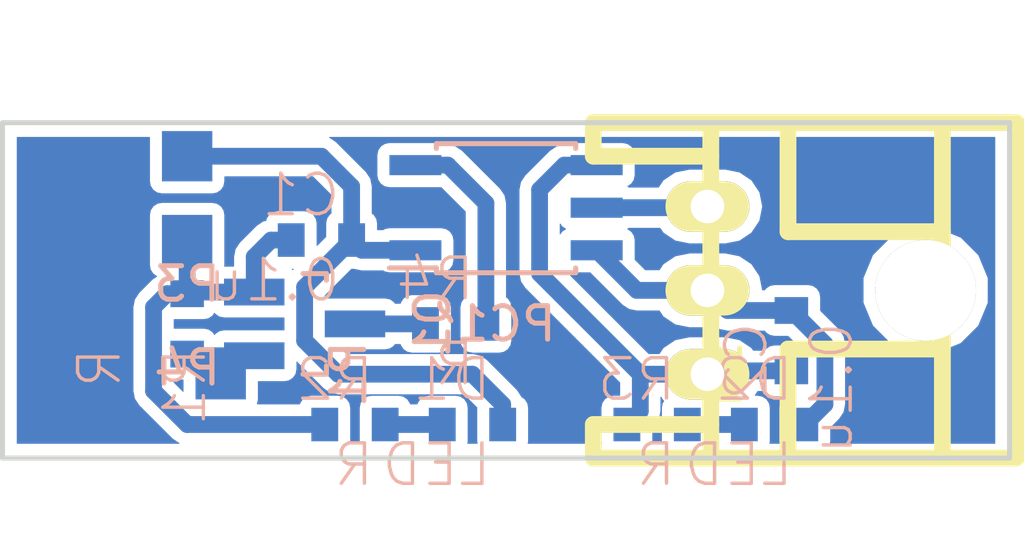
<source format=kicad_pcb>
(kicad_pcb (version 4) (host pcbnew 4.0.5)

  (general
    (links 20)
    (no_connects 0)
    (area -0.075001 -0.075001 30.075001 10.075001)
    (thickness 1.6)
    (drawings 4)
    (tracks 51)
    (zones 0)
    (modules 14)
    (nets 11)
  )

  (page A4)
  (layers
    (0 F.Cu signal)
    (31 B.Cu signal)
    (32 B.Adhes user)
    (33 F.Adhes user)
    (34 B.Paste user)
    (35 F.Paste user)
    (36 B.SilkS user)
    (37 F.SilkS user)
    (38 B.Mask user)
    (39 F.Mask user)
    (40 Dwgs.User user)
    (41 Cmts.User user)
    (42 Eco1.User user)
    (43 Eco2.User user)
    (44 Edge.Cuts user)
    (45 Margin user)
    (46 B.CrtYd user)
    (47 F.CrtYd user)
    (48 B.Fab user)
    (49 F.Fab user)
  )

  (setup
    (last_trace_width 0.5)
    (user_trace_width 0.5)
    (user_trace_width 1)
    (trace_clearance 0.2)
    (zone_clearance 0.35)
    (zone_45_only no)
    (trace_min 0.2)
    (segment_width 0.2)
    (edge_width 0.15)
    (via_size 0.6)
    (via_drill 0.4)
    (via_min_size 0.4)
    (via_min_drill 0.3)
    (user_via 1.2 0.8)
    (uvia_size 0.3)
    (uvia_drill 0.1)
    (uvias_allowed no)
    (uvia_min_size 0.2)
    (uvia_min_drill 0.1)
    (pcb_text_width 0.3)
    (pcb_text_size 1.5 1.5)
    (mod_edge_width 0.15)
    (mod_text_size 1 1)
    (mod_text_width 0.15)
    (pad_size 1.524 1.524)
    (pad_drill 0.762)
    (pad_to_mask_clearance 0.2)
    (aux_axis_origin 0 0)
    (visible_elements 7FFFFFFF)
    (pcbplotparams
      (layerselection 0x01000_80000001)
      (usegerberextensions false)
      (excludeedgelayer true)
      (linewidth 0.100000)
      (plotframeref false)
      (viasonmask false)
      (mode 1)
      (useauxorigin false)
      (hpglpennumber 1)
      (hpglpenspeed 20)
      (hpglpendiameter 15)
      (hpglpenoverlay 2)
      (psnegative false)
      (psa4output false)
      (plotreference true)
      (plotvalue true)
      (plotinvisibletext false)
      (padsonsilk false)
      (subtractmaskfromsilk false)
      (outputformat 1)
      (mirror false)
      (drillshape 0)
      (scaleselection 1)
      (outputdirectory ""))
  )

  (net 0 "")
  (net 1 /5V_LOGIC)
  (net 2 /GND_LOGIC)
  (net 3 /5V_POWER)
  (net 4 /GND_POWER)
  (net 5 "Net-(D1-Pad2)")
  (net 6 "Net-(D2-Pad2)")
  (net 7 /SIGNAL_LOGIC)
  (net 8 /SIGNAL_POWER)
  (net 9 "Net-(PC1-Pad3)")
  (net 10 "Net-(Q1-PadD)")

  (net_class Default "これは標準のネット クラスです。"
    (clearance 0.2)
    (trace_width 0.25)
    (via_dia 0.6)
    (via_drill 0.4)
    (uvia_dia 0.3)
    (uvia_drill 0.1)
    (add_net /5V_LOGIC)
    (add_net /5V_POWER)
    (add_net /GND_LOGIC)
    (add_net /GND_POWER)
    (add_net /SIGNAL_LOGIC)
    (add_net /SIGNAL_POWER)
    (add_net "Net-(D1-Pad2)")
    (add_net "Net-(D2-Pad2)")
    (add_net "Net-(PC1-Pad3)")
    (add_net "Net-(Q1-PadD)")
  )

  (module RP_KiCAD_Libs:C1608_WP (layer B.Cu) (tedit 57C3E677) (tstamp 589991FA)
    (at 9.5 3.5 180)
    (descr <b>CAPACITOR</b>)
    (path /589995EE)
    (fp_text reference C1 (at -0.635 0.635 180) (layer B.SilkS)
      (effects (font (size 1.2065 1.2065) (thickness 0.1016)) (justify left bottom mirror))
    )
    (fp_text value 0.1u (at -0.635 -1.905 180) (layer B.SilkS)
      (effects (font (size 1.2065 1.2065) (thickness 0.1016)) (justify left bottom mirror))
    )
    (fp_line (start -0.356 0.432) (end 0.356 0.432) (layer Dwgs.User) (width 0.1016))
    (fp_line (start -0.356 -0.419) (end 0.356 -0.419) (layer Dwgs.User) (width 0.1016))
    (fp_poly (pts (xy -0.8382 -0.4699) (xy -0.3381 -0.4699) (xy -0.3381 0.4801) (xy -0.8382 0.4801)) (layer Dwgs.User) (width 0))
    (fp_poly (pts (xy 0.3302 -0.4699) (xy 0.8303 -0.4699) (xy 0.8303 0.4801) (xy 0.3302 0.4801)) (layer Dwgs.User) (width 0))
    (fp_poly (pts (xy -0.1999 -0.3) (xy 0.1999 -0.3) (xy 0.1999 0.3) (xy -0.1999 0.3)) (layer B.Adhes) (width 0))
    (pad 1 smd rect (at -0.9 0 180) (size 0.8 1) (layers B.Cu B.Paste B.Mask)
      (net 1 /5V_LOGIC))
    (pad 2 smd rect (at 0.9 0 180) (size 0.8 1) (layers B.Cu B.Paste B.Mask)
      (net 2 /GND_LOGIC))
    (model Resistors_SMD.3dshapes/R_0603.wrl
      (at (xyz 0 0 0))
      (scale (xyz 1 1 1))
      (rotate (xyz 0 0 0))
    )
  )

  (module RP_KiCAD_Libs:C1608_WP (layer B.Cu) (tedit 57C3E677) (tstamp 58999200)
    (at 23.5 6.5 270)
    (descr <b>CAPACITOR</b>)
    (path /58999C02)
    (fp_text reference C2 (at -0.635 0.635 270) (layer B.SilkS)
      (effects (font (size 1.2065 1.2065) (thickness 0.1016)) (justify left bottom mirror))
    )
    (fp_text value 0.1u (at -0.635 -1.905 270) (layer B.SilkS)
      (effects (font (size 1.2065 1.2065) (thickness 0.1016)) (justify left bottom mirror))
    )
    (fp_line (start -0.356 0.432) (end 0.356 0.432) (layer Dwgs.User) (width 0.1016))
    (fp_line (start -0.356 -0.419) (end 0.356 -0.419) (layer Dwgs.User) (width 0.1016))
    (fp_poly (pts (xy -0.8382 -0.4699) (xy -0.3381 -0.4699) (xy -0.3381 0.4801) (xy -0.8382 0.4801)) (layer Dwgs.User) (width 0))
    (fp_poly (pts (xy 0.3302 -0.4699) (xy 0.8303 -0.4699) (xy 0.8303 0.4801) (xy 0.3302 0.4801)) (layer Dwgs.User) (width 0))
    (fp_poly (pts (xy -0.1999 -0.3) (xy 0.1999 -0.3) (xy 0.1999 0.3) (xy -0.1999 0.3)) (layer B.Adhes) (width 0))
    (pad 1 smd rect (at -0.9 0 270) (size 0.8 1) (layers B.Cu B.Paste B.Mask)
      (net 3 /5V_POWER))
    (pad 2 smd rect (at 0.9 0 270) (size 0.8 1) (layers B.Cu B.Paste B.Mask)
      (net 4 /GND_POWER))
    (model Resistors_SMD.3dshapes/R_0603.wrl
      (at (xyz 0 0 0))
      (scale (xyz 1 1 1))
      (rotate (xyz 0 0 0))
    )
  )

  (module RP_KiCAD_Connector:XA_3LC (layer F.Cu) (tedit 5763B26E) (tstamp 5899921C)
    (at 21 7.5 90)
    (path /58999E0F)
    (fp_text reference P2 (at 0 0.5 90) (layer F.SilkS)
      (effects (font (size 1 1) (thickness 0.15)))
    )
    (fp_text value CONN_01X03 (at 0 -0.5 90) (layer F.Fab)
      (effects (font (size 1 1) (thickness 0.15)))
    )
    (fp_line (start 6.5 -3.4) (end 6.5 0.1) (layer F.SilkS) (width 0.5))
    (fp_line (start -2.5 -3.4) (end -1.5 -3.4) (layer F.SilkS) (width 0.5))
    (fp_line (start -1.5 -3.4) (end -1.5 0.1) (layer F.SilkS) (width 0.5))
    (fp_line (start 7.5 0.1) (end -2.5 0.1) (layer F.SilkS) (width 0.5))
    (fp_line (start 7.5 -3.4) (end 6.5 -3.4) (layer F.SilkS) (width 0.5))
    (fp_line (start 4.25 2.4) (end 7.5 2.4) (layer F.SilkS) (width 0.5))
    (fp_line (start 0.75 2.4) (end -2.5 2.4) (layer F.SilkS) (width 0.5))
    (fp_line (start 4.25 2.4) (end 4.25 7) (layer F.SilkS) (width 0.5))
    (fp_line (start 0.75 2.4) (end 0.75 7) (layer F.SilkS) (width 0.5))
    (fp_line (start -2.5 7) (end 7.5 7) (layer F.SilkS) (width 0.5))
    (fp_line (start 7.5 -3.4) (end 7.5 9.2) (layer F.SilkS) (width 0.5))
    (fp_line (start 7.5 9.2) (end -2.5 9.2) (layer F.SilkS) (width 0.5))
    (fp_line (start -2.5 -3.4) (end -2.5 9.2) (layer F.SilkS) (width 0.5))
    (pad 1 thru_hole oval (at 0 0 90) (size 1.5 2.5) (drill 1) (layers *.Cu *.Mask F.SilkS)
      (net 4 /GND_POWER))
    (pad 2 thru_hole oval (at 2.5 0 90) (size 1.5 2.5) (drill 1) (layers *.Cu *.Mask F.SilkS)
      (net 3 /5V_POWER))
    (pad 3 thru_hole oval (at 5 0 90) (size 1.5 2.5) (drill 1) (layers *.Cu *.Mask F.SilkS)
      (net 8 /SIGNAL_POWER))
    (pad "" thru_hole circle (at 2.5 6.5 90) (size 3 3) (drill 3) (layers *.Cu *.Mask F.SilkS)
      (clearance -0.3))
    (model conn_XA/XA_3S.wrl
      (at (xyz 0.1 -0.2 0))
      (scale (xyz 4 4 4))
      (rotate (xyz 0 0 180))
    )
  )

  (module RP_KiCAD_Libs:SOIC-5_3.9x4.9mm_Pitch1.27mm (layer B.Cu) (tedit 58896ED9) (tstamp 58999225)
    (at 15 2.5)
    (descr "5-Lead Plastic Small Outline (SN) - Narrow, 3.90 mm Body [SOIC] (see Microchip Packaging Specification 00000049BS.pdf)")
    (tags "SOIC 1.27")
    (path /589990AC)
    (attr smd)
    (fp_text reference PC1 (at 0 3.5) (layer B.SilkS)
      (effects (font (size 1 1) (thickness 0.15)) (justify mirror))
    )
    (fp_text value TLP117 (at 0 -3.5) (layer B.Fab)
      (effects (font (size 1 1) (thickness 0.15)) (justify mirror))
    )
    (fp_line (start -3.75 2.75) (end -3.75 -2.75) (layer B.CrtYd) (width 0.05))
    (fp_line (start 3.75 2.75) (end 3.75 -2.75) (layer B.CrtYd) (width 0.05))
    (fp_line (start -3.75 2.75) (end 3.75 2.75) (layer B.CrtYd) (width 0.05))
    (fp_line (start -3.75 -2.75) (end 3.75 -2.75) (layer B.CrtYd) (width 0.05))
    (fp_line (start -2.075 1.975) (end -2.075 1.83) (layer B.SilkS) (width 0.15))
    (fp_line (start 2.075 1.975) (end 2.075 1.83) (layer B.SilkS) (width 0.15))
    (fp_line (start 2.075 -1.875) (end 2.075 -1.73) (layer B.SilkS) (width 0.15))
    (fp_line (start -2.075 -1.875) (end -2.075 -1.73) (layer B.SilkS) (width 0.15))
    (fp_line (start -2.075 1.975) (end 2.075 1.975) (layer B.SilkS) (width 0.15))
    (fp_line (start -2.075 -1.875) (end 2.075 -1.875) (layer B.SilkS) (width 0.15))
    (fp_line (start -2.075 1.83) (end -3.475 1.83) (layer B.SilkS) (width 0.15))
    (pad 1 smd rect (at -2.7 1.305) (size 1.55 0.6) (layers B.Cu B.Paste B.Mask)
      (net 1 /5V_LOGIC))
    (pad 3 smd rect (at -2.7 -1.235) (size 1.55 0.6) (layers B.Cu B.Paste B.Mask)
      (net 9 "Net-(PC1-Pad3)"))
    (pad 4 smd rect (at 2.7 -1.235) (size 1.55 0.6) (layers B.Cu B.Paste B.Mask)
      (net 4 /GND_POWER))
    (pad 5 smd rect (at 2.7 0.035) (size 1.55 0.6) (layers B.Cu B.Paste B.Mask)
      (net 8 /SIGNAL_POWER))
    (pad 6 smd rect (at 2.7 1.305) (size 1.55 0.6) (layers B.Cu B.Paste B.Mask)
      (net 3 /5V_POWER))
  )

  (module RP_KiCAD_Libs:C1608_WP (layer B.Cu) (tedit 57C3E677) (tstamp 58999234)
    (at 5.5 6 90)
    (descr <b>CAPACITOR</b>)
    (path /589991EB)
    (fp_text reference R1 (at -0.635 0.635 90) (layer B.SilkS)
      (effects (font (size 1.2065 1.2065) (thickness 0.1016)) (justify left bottom mirror))
    )
    (fp_text value R (at -0.635 -1.905 90) (layer B.SilkS)
      (effects (font (size 1.2065 1.2065) (thickness 0.1016)) (justify left bottom mirror))
    )
    (fp_line (start -0.356 0.432) (end 0.356 0.432) (layer Dwgs.User) (width 0.1016))
    (fp_line (start -0.356 -0.419) (end 0.356 -0.419) (layer Dwgs.User) (width 0.1016))
    (fp_poly (pts (xy -0.8382 -0.4699) (xy -0.3381 -0.4699) (xy -0.3381 0.4801) (xy -0.8382 0.4801)) (layer Dwgs.User) (width 0))
    (fp_poly (pts (xy 0.3302 -0.4699) (xy 0.8303 -0.4699) (xy 0.8303 0.4801) (xy 0.3302 0.4801)) (layer Dwgs.User) (width 0))
    (fp_poly (pts (xy -0.1999 -0.3) (xy 0.1999 -0.3) (xy 0.1999 0.3) (xy -0.1999 0.3)) (layer B.Adhes) (width 0))
    (pad 1 smd rect (at -0.9 0 90) (size 0.8 1) (layers B.Cu B.Paste B.Mask)
      (net 7 /SIGNAL_LOGIC))
    (pad 2 smd rect (at 0.9 0 90) (size 0.8 1) (layers B.Cu B.Paste B.Mask)
      (net 2 /GND_LOGIC))
    (model Resistors_SMD.3dshapes/R_0603.wrl
      (at (xyz 0 0 0))
      (scale (xyz 1 1 1))
      (rotate (xyz 0 0 0))
    )
  )

  (module RP_KiCAD_Libs:C1608_WP (layer B.Cu) (tedit 57C3E677) (tstamp 5899923A)
    (at 10.5 9 180)
    (descr <b>CAPACITOR</b>)
    (path /5899970B)
    (fp_text reference R2 (at -0.635 0.635 180) (layer B.SilkS)
      (effects (font (size 1.2065 1.2065) (thickness 0.1016)) (justify left bottom mirror))
    )
    (fp_text value R (at -0.635 -1.905 180) (layer B.SilkS)
      (effects (font (size 1.2065 1.2065) (thickness 0.1016)) (justify left bottom mirror))
    )
    (fp_line (start -0.356 0.432) (end 0.356 0.432) (layer Dwgs.User) (width 0.1016))
    (fp_line (start -0.356 -0.419) (end 0.356 -0.419) (layer Dwgs.User) (width 0.1016))
    (fp_poly (pts (xy -0.8382 -0.4699) (xy -0.3381 -0.4699) (xy -0.3381 0.4801) (xy -0.8382 0.4801)) (layer Dwgs.User) (width 0))
    (fp_poly (pts (xy 0.3302 -0.4699) (xy 0.8303 -0.4699) (xy 0.8303 0.4801) (xy 0.3302 0.4801)) (layer Dwgs.User) (width 0))
    (fp_poly (pts (xy -0.1999 -0.3) (xy 0.1999 -0.3) (xy 0.1999 0.3) (xy -0.1999 0.3)) (layer B.Adhes) (width 0))
    (pad 1 smd rect (at -0.9 0 180) (size 0.8 1) (layers B.Cu B.Paste B.Mask)
      (net 5 "Net-(D1-Pad2)"))
    (pad 2 smd rect (at 0.9 0 180) (size 0.8 1) (layers B.Cu B.Paste B.Mask)
      (net 2 /GND_LOGIC))
    (model Resistors_SMD.3dshapes/R_0603.wrl
      (at (xyz 0 0 0))
      (scale (xyz 1 1 1))
      (rotate (xyz 0 0 0))
    )
  )

  (module RP_KiCAD_Libs:C1608_WP (layer B.Cu) (tedit 57C3E677) (tstamp 58999240)
    (at 19.5 9 180)
    (descr <b>CAPACITOR</b>)
    (path /589997C6)
    (fp_text reference R3 (at -0.635 0.635 180) (layer B.SilkS)
      (effects (font (size 1.2065 1.2065) (thickness 0.1016)) (justify left bottom mirror))
    )
    (fp_text value R (at -0.635 -1.905 180) (layer B.SilkS)
      (effects (font (size 1.2065 1.2065) (thickness 0.1016)) (justify left bottom mirror))
    )
    (fp_line (start -0.356 0.432) (end 0.356 0.432) (layer Dwgs.User) (width 0.1016))
    (fp_line (start -0.356 -0.419) (end 0.356 -0.419) (layer Dwgs.User) (width 0.1016))
    (fp_poly (pts (xy -0.8382 -0.4699) (xy -0.3381 -0.4699) (xy -0.3381 0.4801) (xy -0.8382 0.4801)) (layer Dwgs.User) (width 0))
    (fp_poly (pts (xy 0.3302 -0.4699) (xy 0.8303 -0.4699) (xy 0.8303 0.4801) (xy 0.3302 0.4801)) (layer Dwgs.User) (width 0))
    (fp_poly (pts (xy -0.1999 -0.3) (xy 0.1999 -0.3) (xy 0.1999 0.3) (xy -0.1999 0.3)) (layer B.Adhes) (width 0))
    (pad 1 smd rect (at -0.9 0 180) (size 0.8 1) (layers B.Cu B.Paste B.Mask)
      (net 6 "Net-(D2-Pad2)"))
    (pad 2 smd rect (at 0.9 0 180) (size 0.8 1) (layers B.Cu B.Paste B.Mask)
      (net 4 /GND_POWER))
    (model Resistors_SMD.3dshapes/R_0603.wrl
      (at (xyz 0 0 0))
      (scale (xyz 1 1 1))
      (rotate (xyz 0 0 0))
    )
  )

  (module RP_KiCAD_Libs:C1608_WP (layer B.Cu) (tedit 57C3E677) (tstamp 58999246)
    (at 13.5 6 180)
    (descr <b>CAPACITOR</b>)
    (path /58999140)
    (fp_text reference R4 (at -0.635 0.635 180) (layer B.SilkS)
      (effects (font (size 1.2065 1.2065) (thickness 0.1016)) (justify left bottom mirror))
    )
    (fp_text value R (at -0.635 -1.905 180) (layer B.SilkS)
      (effects (font (size 1.2065 1.2065) (thickness 0.1016)) (justify left bottom mirror))
    )
    (fp_line (start -0.356 0.432) (end 0.356 0.432) (layer Dwgs.User) (width 0.1016))
    (fp_line (start -0.356 -0.419) (end 0.356 -0.419) (layer Dwgs.User) (width 0.1016))
    (fp_poly (pts (xy -0.8382 -0.4699) (xy -0.3381 -0.4699) (xy -0.3381 0.4801) (xy -0.8382 0.4801)) (layer Dwgs.User) (width 0))
    (fp_poly (pts (xy 0.3302 -0.4699) (xy 0.8303 -0.4699) (xy 0.8303 0.4801) (xy 0.3302 0.4801)) (layer Dwgs.User) (width 0))
    (fp_poly (pts (xy -0.1999 -0.3) (xy 0.1999 -0.3) (xy 0.1999 0.3) (xy -0.1999 0.3)) (layer B.Adhes) (width 0))
    (pad 1 smd rect (at -0.9 0 180) (size 0.8 1) (layers B.Cu B.Paste B.Mask)
      (net 9 "Net-(PC1-Pad3)"))
    (pad 2 smd rect (at 0.9 0 180) (size 0.8 1) (layers B.Cu B.Paste B.Mask)
      (net 10 "Net-(Q1-PadD)"))
    (model Resistors_SMD.3dshapes/R_0603.wrl
      (at (xyz 0 0 0))
      (scale (xyz 1 1 1))
      (rotate (xyz 0 0 0))
    )
  )

  (module TO_SOT_Packages_SMD:SOT-23_Handsoldering (layer B.Cu) (tedit 56FA59B0) (tstamp 58999309)
    (at 9 6 90)
    (descr "SOT-23, Handsoldering")
    (tags SOT-23)
    (path /589990E9)
    (attr smd)
    (fp_text reference Q1 (at 0 3.81 90) (layer B.SilkS)
      (effects (font (size 1 1) (thickness 0.15)) (justify mirror))
    )
    (fp_text value MOSFET_N (at 0 -3.81 90) (layer B.Fab)
      (effects (font (size 1 1) (thickness 0.15)) (justify mirror))
    )
    (fp_line (start -1.49982 -0.0508) (end -1.49982 0.65024) (layer B.SilkS) (width 0.15))
    (fp_line (start -1.49982 0.65024) (end -1.2509 0.65024) (layer B.SilkS) (width 0.15))
    (fp_line (start 1.29916 0.65024) (end 1.49982 0.65024) (layer B.SilkS) (width 0.15))
    (fp_line (start 1.49982 0.65024) (end 1.49982 -0.0508) (layer B.SilkS) (width 0.15))
    (pad G smd rect (at -0.95 -1.50114 90) (size 0.8001 1.80086) (layers B.Cu B.Paste B.Mask)
      (net 7 /SIGNAL_LOGIC))
    (pad S smd rect (at 0.95 -1.50114 90) (size 0.8001 1.80086) (layers B.Cu B.Paste B.Mask)
      (net 2 /GND_LOGIC))
    (pad D smd rect (at 0 1.50114 90) (size 0.8001 1.80086) (layers B.Cu B.Paste B.Mask)
      (net 10 "Net-(Q1-PadD)"))
    (model TO_SOT_Packages_SMD.3dshapes/SOT-23_Handsoldering.wrl
      (at (xyz 0 0 0))
      (scale (xyz 1 1 1))
      (rotate (xyz 0 0 0))
    )
  )

  (module RP_KiCAD_Libs:C1608_WP (layer B.Cu) (tedit 57C3E677) (tstamp 589996BF)
    (at 14 9 180)
    (descr <b>CAPACITOR</b>)
    (path /589996D6)
    (fp_text reference D1 (at -0.635 0.635 180) (layer B.SilkS)
      (effects (font (size 1.2065 1.2065) (thickness 0.1016)) (justify left bottom mirror))
    )
    (fp_text value LED (at -0.635 -1.905 180) (layer B.SilkS)
      (effects (font (size 1.2065 1.2065) (thickness 0.1016)) (justify left bottom mirror))
    )
    (fp_line (start -0.356 0.432) (end 0.356 0.432) (layer Dwgs.User) (width 0.1016))
    (fp_line (start -0.356 -0.419) (end 0.356 -0.419) (layer Dwgs.User) (width 0.1016))
    (fp_poly (pts (xy -0.8382 -0.4699) (xy -0.3381 -0.4699) (xy -0.3381 0.4801) (xy -0.8382 0.4801)) (layer Dwgs.User) (width 0))
    (fp_poly (pts (xy 0.3302 -0.4699) (xy 0.8303 -0.4699) (xy 0.8303 0.4801) (xy 0.3302 0.4801)) (layer Dwgs.User) (width 0))
    (fp_poly (pts (xy -0.1999 -0.3) (xy 0.1999 -0.3) (xy 0.1999 0.3) (xy -0.1999 0.3)) (layer B.Adhes) (width 0))
    (pad 1 smd rect (at -0.9 0 180) (size 0.8 1) (layers B.Cu B.Paste B.Mask)
      (net 1 /5V_LOGIC))
    (pad 2 smd rect (at 0.9 0 180) (size 0.8 1) (layers B.Cu B.Paste B.Mask)
      (net 5 "Net-(D1-Pad2)"))
    (model Resistors_SMD.3dshapes/R_0603.wrl
      (at (xyz 0 0 0))
      (scale (xyz 1 1 1))
      (rotate (xyz 0 0 0))
    )
  )

  (module RP_KiCAD_Libs:C1608_WP (layer B.Cu) (tedit 57C3E677) (tstamp 589996C4)
    (at 23 9 180)
    (descr <b>CAPACITOR</b>)
    (path /589997C0)
    (fp_text reference D2 (at -0.635 0.635 180) (layer B.SilkS)
      (effects (font (size 1.2065 1.2065) (thickness 0.1016)) (justify left bottom mirror))
    )
    (fp_text value LED (at -0.635 -1.905 180) (layer B.SilkS)
      (effects (font (size 1.2065 1.2065) (thickness 0.1016)) (justify left bottom mirror))
    )
    (fp_line (start -0.356 0.432) (end 0.356 0.432) (layer Dwgs.User) (width 0.1016))
    (fp_line (start -0.356 -0.419) (end 0.356 -0.419) (layer Dwgs.User) (width 0.1016))
    (fp_poly (pts (xy -0.8382 -0.4699) (xy -0.3381 -0.4699) (xy -0.3381 0.4801) (xy -0.8382 0.4801)) (layer Dwgs.User) (width 0))
    (fp_poly (pts (xy 0.3302 -0.4699) (xy 0.8303 -0.4699) (xy 0.8303 0.4801) (xy 0.3302 0.4801)) (layer Dwgs.User) (width 0))
    (fp_poly (pts (xy -0.1999 -0.3) (xy 0.1999 -0.3) (xy 0.1999 0.3) (xy -0.1999 0.3)) (layer B.Adhes) (width 0))
    (pad 1 smd rect (at -0.9 0 180) (size 0.8 1) (layers B.Cu B.Paste B.Mask)
      (net 3 /5V_POWER))
    (pad 2 smd rect (at 0.9 0 180) (size 0.8 1) (layers B.Cu B.Paste B.Mask)
      (net 6 "Net-(D2-Pad2)"))
    (model Resistors_SMD.3dshapes/R_0603.wrl
      (at (xyz 0 0 0))
      (scale (xyz 1 1 1))
      (rotate (xyz 0 0 0))
    )
  )

  (module Measurement_Points:Measurement_Point_Square-SMD-Pad_Small (layer B.Cu) (tedit 0) (tstamp 589BF0CF)
    (at 6.5 7.5 90)
    (descr "Mesurement Point, Square, SMD Pad,  1.5mm x 1.5mm,")
    (tags "Mesurement Point, Square, SMD Pad, 1.5mm x 1.5mm,")
    (path /5899A2DA)
    (fp_text reference P1 (at 0 3.81 90) (layer B.SilkS)
      (effects (font (size 1 1) (thickness 0.15)) (justify mirror))
    )
    (fp_text value CONN_01X01 (at 2.54 -3.81 90) (layer B.Fab)
      (effects (font (size 1 1) (thickness 0.15)) (justify mirror))
    )
    (pad 1 smd rect (at 0 0 90) (size 1.50114 1.50114) (layers B.Cu B.Paste B.Mask)
      (net 7 /SIGNAL_LOGIC))
  )

  (module Measurement_Points:Measurement_Point_Square-SMD-Pad_Small (layer B.Cu) (tedit 0) (tstamp 589BF0D3)
    (at 5.5 1)
    (descr "Mesurement Point, Square, SMD Pad,  1.5mm x 1.5mm,")
    (tags "Mesurement Point, Square, SMD Pad, 1.5mm x 1.5mm,")
    (path /5899A405)
    (fp_text reference P3 (at 0 3.81) (layer B.SilkS)
      (effects (font (size 1 1) (thickness 0.15)) (justify mirror))
    )
    (fp_text value CONN_01X01 (at 2.54 -3.81) (layer B.Fab)
      (effects (font (size 1 1) (thickness 0.15)) (justify mirror))
    )
    (pad 1 smd rect (at 0 0) (size 1.50114 1.50114) (layers B.Cu B.Paste B.Mask)
      (net 1 /5V_LOGIC))
  )

  (module Measurement_Points:Measurement_Point_Square-SMD-Pad_Small (layer B.Cu) (tedit 0) (tstamp 589BF0D7)
    (at 5.5 3.5)
    (descr "Mesurement Point, Square, SMD Pad,  1.5mm x 1.5mm,")
    (tags "Mesurement Point, Square, SMD Pad, 1.5mm x 1.5mm,")
    (path /5899A444)
    (fp_text reference P4 (at 0 3.81) (layer B.SilkS)
      (effects (font (size 1 1) (thickness 0.15)) (justify mirror))
    )
    (fp_text value CONN_01X01 (at 2.54 -3.81) (layer B.Fab)
      (effects (font (size 1 1) (thickness 0.15)) (justify mirror))
    )
    (pad 1 smd rect (at 0 0) (size 1.50114 1.50114) (layers B.Cu B.Paste B.Mask)
      (net 2 /GND_LOGIC))
  )

  (gr_line (start 0 0) (end 0 10) (angle 90) (layer Edge.Cuts) (width 0.15))
  (gr_line (start 30 10) (end 30 0) (angle 90) (layer Edge.Cuts) (width 0.15))
  (gr_line (start 30 10) (end 0 10) (angle 90) (layer Edge.Cuts) (width 0.15))
  (gr_line (start 30 0) (end 0 0) (angle 90) (layer Edge.Cuts) (width 0.15))

  (segment (start 14.9 9) (end 14.9 8.4) (width 0.5) (layer B.Cu) (net 1))
  (segment (start 9 4.9) (end 10.4 3.5) (width 0.5) (layer B.Cu) (net 1) (tstamp 589BF0BA))
  (segment (start 9 6.5) (end 9 4.9) (width 0.5) (layer B.Cu) (net 1) (tstamp 589BF0B9))
  (segment (start 10 7.5) (end 9 6.5) (width 0.5) (layer B.Cu) (net 1) (tstamp 589BF0B8))
  (segment (start 14 7.5) (end 10 7.5) (width 0.5) (layer B.Cu) (net 1) (tstamp 589BF0B7))
  (segment (start 14.9 8.4) (end 14 7.5) (width 0.5) (layer B.Cu) (net 1) (tstamp 589BF0B6))
  (segment (start 5.5 1) (end 9.5 1) (width 0.5) (layer B.Cu) (net 1))
  (segment (start 10.4 1.9) (end 10.4 3.5) (width 0.5) (layer B.Cu) (net 1) (tstamp 589BF002))
  (segment (start 9.5 1) (end 10.4 1.9) (width 0.5) (layer B.Cu) (net 1) (tstamp 589BF001))
  (segment (start 10.4 3.5) (end 10.4 3.6) (width 0.5) (layer B.Cu) (net 1))
  (segment (start 12.3 3.805) (end 10.705 3.805) (width 0.5) (layer B.Cu) (net 1))
  (segment (start 10.705 3.805) (end 10.4 3.5) (width 0.5) (layer B.Cu) (net 1) (tstamp 589BEFC8))
  (segment (start 5.5 5.1) (end 4.9 5.1) (width 0.5) (layer B.Cu) (net 2))
  (segment (start 5.5 9) (end 9.6 9) (width 0.5) (layer B.Cu) (net 2) (tstamp 589BF0C1))
  (segment (start 4.5 8) (end 5.5 9) (width 0.5) (layer B.Cu) (net 2) (tstamp 589BF0C0))
  (segment (start 4.5 5.5) (end 4.5 8) (width 0.5) (layer B.Cu) (net 2) (tstamp 589BF0BF))
  (segment (start 4.9 5.1) (end 4.5 5.5) (width 0.5) (layer B.Cu) (net 2) (tstamp 589BF0BE))
  (segment (start 5.5 3.5) (end 5.5 5.1) (width 0.5) (layer B.Cu) (net 2))
  (segment (start 7.49886 5.05) (end 5.55 5.05) (width 0.5) (layer B.Cu) (net 2))
  (segment (start 5.55 5.05) (end 5.5 5.1) (width 0.5) (layer B.Cu) (net 2) (tstamp 589BEFE1))
  (segment (start 7.49886 5.05) (end 7.49886 4.00114) (width 0.5) (layer B.Cu) (net 2))
  (segment (start 8 3.5) (end 8.6 3.5) (width 0.5) (layer B.Cu) (net 2) (tstamp 589BEFDE))
  (segment (start 7.49886 4.00114) (end 8 3.5) (width 0.5) (layer B.Cu) (net 2) (tstamp 589BEFDD))
  (segment (start 23.9 9) (end 24.5 8.4) (width 0.5) (layer B.Cu) (net 3))
  (segment (start 24.5 6.6) (end 23.5 5.6) (width 0.5) (layer B.Cu) (net 3) (tstamp 589BF095))
  (segment (start 24.5 8.4) (end 24.5 6.6) (width 0.5) (layer B.Cu) (net 3) (tstamp 589BF094))
  (segment (start 21 5) (end 18.895 5) (width 0.5) (layer B.Cu) (net 3))
  (segment (start 18.895 5) (end 17.7 3.805) (width 0.5) (layer B.Cu) (net 3) (tstamp 589BED99))
  (segment (start 23.5 5.6) (end 21.6 5.6) (width 0.5) (layer B.Cu) (net 3))
  (segment (start 21.6 5.6) (end 21 5) (width 0.5) (layer B.Cu) (net 3) (tstamp 589BED8E))
  (segment (start 19 7.5) (end 19 8.6) (width 0.5) (layer B.Cu) (net 4))
  (segment (start 19 8.6) (end 18.6 9) (width 0.5) (layer B.Cu) (net 4) (tstamp 589BF09B))
  (segment (start 19 7.5) (end 16 4.5) (width 0.5) (layer B.Cu) (net 4))
  (segment (start 16.735 1.265) (end 17.7 1.265) (width 0.5) (layer B.Cu) (net 4) (tstamp 589BEF9A))
  (segment (start 16 2) (end 16.735 1.265) (width 0.5) (layer B.Cu) (net 4) (tstamp 589BEF99))
  (segment (start 16 4.5) (end 16 2) (width 0.5) (layer B.Cu) (net 4) (tstamp 589BEF97))
  (segment (start 19 7.5) (end 21 7.5) (width 0.5) (layer B.Cu) (net 4) (tstamp 589BEF94))
  (segment (start 23.5 7.4) (end 21.1 7.4) (width 0.5) (layer B.Cu) (net 4))
  (segment (start 21.1 7.4) (end 21 7.5) (width 0.5) (layer B.Cu) (net 4) (tstamp 589BED91))
  (segment (start 11.4 9) (end 13.1 9) (width 0.5) (layer B.Cu) (net 5))
  (segment (start 22.1 9) (end 20.4 9) (width 0.5) (layer B.Cu) (net 6))
  (segment (start 6 8) (end 6 7.4) (width 0.5) (layer B.Cu) (net 7))
  (segment (start 6 7.4) (end 5.5 6.9) (width 0.5) (layer B.Cu) (net 7) (tstamp 589BF0C4))
  (segment (start 7.49886 6.95) (end 5.55 6.95) (width 0.5) (layer B.Cu) (net 7))
  (segment (start 5.55 6.95) (end 5.5 6.9) (width 0.5) (layer B.Cu) (net 7) (tstamp 589BEFE4))
  (segment (start 17.7 2.535) (end 20.965 2.535) (width 0.5) (layer B.Cu) (net 8))
  (segment (start 20.965 2.535) (end 21 2.5) (width 0.5) (layer B.Cu) (net 8) (tstamp 589BED9C))
  (segment (start 14.4 6) (end 14.4 2.4) (width 0.5) (layer B.Cu) (net 9))
  (segment (start 13.265 1.265) (end 12.3 1.265) (width 0.5) (layer B.Cu) (net 9) (tstamp 589BEFDA))
  (segment (start 14.4 2.4) (end 13.265 1.265) (width 0.5) (layer B.Cu) (net 9) (tstamp 589BEFD9))
  (segment (start 10.50114 6) (end 12.6 6) (width 0.5) (layer B.Cu) (net 10))

  (zone (net 0) (net_name "") (layer B.Cu) (tstamp 589BF0EA) (hatch edge 0.508)
    (connect_pads yes (clearance 0.35))
    (min_thickness 0.026)
    (fill yes (arc_segments 16) (thermal_gap 0.508) (thermal_bridge_width 0.508))
    (polygon
      (pts
        (xy 30 10) (xy 0 10) (xy 0 0) (xy 30 0)
      )
    )
    (filled_polygon
      (pts
        (xy 29.562 9.562) (xy 24.657555 9.562) (xy 24.670111 9.5) (xy 24.670111 9.096802) (xy 24.933456 8.833457)
        (xy 25.066338 8.634585) (xy 25.069104 8.620681) (xy 25.113 8.4) (xy 25.113 6.6) (xy 25.066338 6.365415)
        (xy 24.97892 6.234585) (xy 24.933457 6.166544) (xy 24.370111 5.603199) (xy 24.370111 5.368948) (xy 25.636678 5.368948)
        (xy 25.919705 6.053926) (xy 26.443318 6.578453) (xy 27.127801 6.862676) (xy 27.868948 6.863322) (xy 28.553926 6.580295)
        (xy 29.078453 6.056682) (xy 29.362676 5.372199) (xy 29.363322 4.631052) (xy 29.080295 3.946074) (xy 28.556682 3.421547)
        (xy 27.872199 3.137324) (xy 27.131052 3.136678) (xy 26.446074 3.419705) (xy 25.921547 3.943318) (xy 25.637324 4.627801)
        (xy 25.636678 5.368948) (xy 24.370111 5.368948) (xy 24.370111 5.2) (xy 24.344799 5.06548) (xy 24.265298 4.941932)
        (xy 24.143994 4.859049) (xy 24 4.829889) (xy 23 4.829889) (xy 22.86548 4.855201) (xy 22.741932 4.934702)
        (xy 22.706199 4.987) (xy 22.642015 4.987) (xy 22.559879 4.574073) (xy 22.318611 4.21299) (xy 21.957528 3.971722)
        (xy 21.531601 3.887) (xy 20.468399 3.887) (xy 20.042472 3.971722) (xy 19.681389 4.21299) (xy 19.565119 4.387)
        (xy 19.148913 4.387) (xy 18.845111 4.083198) (xy 18.845111 3.505) (xy 18.819799 3.37048) (xy 18.740298 3.246932)
        (xy 18.62627 3.169021) (xy 18.658937 3.148) (xy 19.588505 3.148) (xy 19.681389 3.28701) (xy 20.042472 3.528278)
        (xy 20.468399 3.613) (xy 21.531601 3.613) (xy 21.957528 3.528278) (xy 22.318611 3.28701) (xy 22.559879 2.925927)
        (xy 22.644601 2.5) (xy 22.559879 2.074073) (xy 22.318611 1.71299) (xy 21.957528 1.471722) (xy 21.531601 1.387)
        (xy 20.468399 1.387) (xy 20.042472 1.471722) (xy 19.681389 1.71299) (xy 19.541733 1.922) (xy 18.659902 1.922)
        (xy 18.62627 1.899021) (xy 18.733068 1.830298) (xy 18.815951 1.708994) (xy 18.845111 1.565) (xy 18.845111 0.965)
        (xy 18.819799 0.83048) (xy 18.740298 0.706932) (xy 18.618994 0.624049) (xy 18.475 0.594889) (xy 16.925 0.594889)
        (xy 16.79048 0.620201) (xy 16.741063 0.652) (xy 16.735 0.652) (xy 16.500415 0.698662) (xy 16.301544 0.831544)
        (xy 15.566544 1.566544) (xy 15.433662 1.765415) (xy 15.387 2) (xy 15.387 4.5) (xy 15.413068 4.631052)
        (xy 15.433662 4.734585) (xy 15.566544 4.933456) (xy 18.387 7.753913) (xy 18.387 8.129889) (xy 18.2 8.129889)
        (xy 18.06548 8.155201) (xy 17.941932 8.234702) (xy 17.859049 8.356006) (xy 17.829889 8.5) (xy 17.829889 9.5)
        (xy 17.841555 9.562) (xy 15.657555 9.562) (xy 15.670111 9.5) (xy 15.670111 8.5) (xy 15.644799 8.36548)
        (xy 15.565298 8.241932) (xy 15.468387 8.175716) (xy 15.466338 8.165415) (xy 15.378303 8.033662) (xy 15.333456 7.966543)
        (xy 14.433456 7.066544) (xy 14.234585 6.933662) (xy 14.233549 6.933456) (xy 14 6.887) (xy 10.253913 6.887)
        (xy 10.137074 6.770161) (xy 11.40157 6.770161) (xy 11.53609 6.744849) (xy 11.659638 6.665348) (xy 11.695406 6.613)
        (xy 11.851152 6.613) (xy 11.855201 6.63452) (xy 11.934702 6.758068) (xy 12.056006 6.840951) (xy 12.2 6.870111)
        (xy 13 6.870111) (xy 13.13452 6.844799) (xy 13.258068 6.765298) (xy 13.340951 6.643994) (xy 13.370111 6.5)
        (xy 13.370111 5.5) (xy 13.344799 5.36548) (xy 13.265298 5.241932) (xy 13.143994 5.159049) (xy 13 5.129889)
        (xy 12.2 5.129889) (xy 12.06548 5.155201) (xy 11.941932 5.234702) (xy 11.859049 5.356006) (xy 11.852772 5.387)
        (xy 11.695901 5.387) (xy 11.666868 5.341882) (xy 11.545564 5.258999) (xy 11.40157 5.229839) (xy 9.613 5.229839)
        (xy 9.613 5.153912) (xy 10.396801 4.370111) (xy 10.468579 4.370111) (xy 10.470415 4.371338) (xy 10.705 4.418)
        (xy 11.340098 4.418) (xy 11.381006 4.445951) (xy 11.525 4.475111) (xy 13.075 4.475111) (xy 13.20952 4.449799)
        (xy 13.333068 4.370298) (xy 13.415951 4.248994) (xy 13.445111 4.105) (xy 13.445111 3.505) (xy 13.419799 3.37048)
        (xy 13.340298 3.246932) (xy 13.218994 3.164049) (xy 13.075 3.134889) (xy 11.525 3.134889) (xy 11.39048 3.160201)
        (xy 11.341063 3.192) (xy 11.170111 3.192) (xy 11.170111 3) (xy 11.144799 2.86548) (xy 11.065298 2.741932)
        (xy 11.013 2.706199) (xy 11.013 1.9) (xy 10.966338 1.665415) (xy 10.931315 1.613) (xy 10.833456 1.466543)
        (xy 10.331913 0.965) (xy 11.154889 0.965) (xy 11.154889 1.565) (xy 11.180201 1.69952) (xy 11.259702 1.823068)
        (xy 11.381006 1.905951) (xy 11.525 1.935111) (xy 13.068199 1.935111) (xy 13.787 2.653913) (xy 13.787 5.205702)
        (xy 13.741932 5.234702) (xy 13.659049 5.356006) (xy 13.629889 5.5) (xy 13.629889 6.5) (xy 13.655201 6.63452)
        (xy 13.734702 6.758068) (xy 13.856006 6.840951) (xy 14 6.870111) (xy 14.8 6.870111) (xy 14.93452 6.844799)
        (xy 15.058068 6.765298) (xy 15.140951 6.643994) (xy 15.170111 6.5) (xy 15.170111 5.5) (xy 15.144799 5.36548)
        (xy 15.065298 5.241932) (xy 15.013 5.206199) (xy 15.013 2.4) (xy 14.966338 2.165415) (xy 14.919535 2.095369)
        (xy 14.833456 1.966543) (xy 13.698456 0.831544) (xy 13.499585 0.698662) (xy 13.265 0.652) (xy 13.259902 0.652)
        (xy 13.218994 0.624049) (xy 13.075 0.594889) (xy 11.525 0.594889) (xy 11.39048 0.620201) (xy 11.266932 0.699702)
        (xy 11.184049 0.821006) (xy 11.154889 0.965) (xy 10.331913 0.965) (xy 9.933456 0.566544) (xy 9.741077 0.438)
        (xy 29.562 0.438)
      )
    )
    (filled_polygon
      (pts
        (xy 4.379319 1.75057) (xy 4.404631 1.88509) (xy 4.484132 2.008638) (xy 4.605436 2.091521) (xy 4.74943 2.120681)
        (xy 6.25057 2.120681) (xy 6.38509 2.095369) (xy 6.508638 2.015868) (xy 6.591521 1.894564) (xy 6.620681 1.75057)
        (xy 6.620681 1.613) (xy 9.246088 1.613) (xy 9.787 2.153913) (xy 9.787 2.705702) (xy 9.741932 2.734702)
        (xy 9.659049 2.856006) (xy 9.629889 3) (xy 9.629889 3.403199) (xy 9.370111 3.662977) (xy 9.370111 3)
        (xy 9.344799 2.86548) (xy 9.265298 2.741932) (xy 9.143994 2.659049) (xy 9 2.629889) (xy 8.2 2.629889)
        (xy 8.06548 2.655201) (xy 7.941932 2.734702) (xy 7.859049 2.856006) (xy 7.846593 2.917515) (xy 7.766446 2.933457)
        (xy 7.765415 2.933662) (xy 7.566544 3.066544) (xy 7.065404 3.567684) (xy 6.932522 3.766555) (xy 6.88586 4.00114)
        (xy 6.88586 4.279839) (xy 6.614754 4.279839) (xy 6.620681 4.25057) (xy 6.620681 2.74943) (xy 6.595369 2.61491)
        (xy 6.515868 2.491362) (xy 6.394564 2.408479) (xy 6.25057 2.379319) (xy 4.74943 2.379319) (xy 4.61491 2.404631)
        (xy 4.491362 2.484132) (xy 4.408479 2.605436) (xy 4.379319 2.74943) (xy 4.379319 4.25057) (xy 4.404631 4.38509)
        (xy 4.484132 4.508638) (xy 4.592278 4.582531) (xy 4.466543 4.666544) (xy 4.066544 5.066544) (xy 3.933662 5.265415)
        (xy 3.887 5.5) (xy 3.887 8) (xy 3.933662 8.234585) (xy 4.066544 8.433456) (xy 5.066544 9.433457)
        (xy 5.185759 9.513113) (xy 5.258923 9.562) (xy 0.438 9.562) (xy 0.438 0.438) (xy 4.379319 0.438)
      )
    )
    (filled_polygon
      (pts
        (xy 9.566544 7.933457) (xy 9.685589 8.013) (xy 9.765415 8.066338) (xy 10 8.113) (xy 13.746088 8.113)
        (xy 14.130428 8.49734) (xy 14.129889 8.5) (xy 14.129889 9.5) (xy 14.141555 9.562) (xy 13.857555 9.562)
        (xy 13.870111 9.5) (xy 13.870111 8.5) (xy 13.844799 8.36548) (xy 13.765298 8.241932) (xy 13.643994 8.159049)
        (xy 13.5 8.129889) (xy 12.7 8.129889) (xy 12.56548 8.155201) (xy 12.441932 8.234702) (xy 12.359049 8.356006)
        (xy 12.352772 8.387) (xy 12.148848 8.387) (xy 12.144799 8.36548) (xy 12.065298 8.241932) (xy 11.943994 8.159049)
        (xy 11.8 8.129889) (xy 11 8.129889) (xy 10.86548 8.155201) (xy 10.741932 8.234702) (xy 10.659049 8.356006)
        (xy 10.629889 8.5) (xy 10.629889 9.5) (xy 10.641555 9.562) (xy 10.357555 9.562) (xy 10.370111 9.5)
        (xy 10.370111 8.5) (xy 10.344799 8.36548) (xy 10.265298 8.241932) (xy 10.143994 8.159049) (xy 10 8.129889)
        (xy 9.2 8.129889) (xy 9.06548 8.155201) (xy 8.941932 8.234702) (xy 8.859049 8.356006) (xy 8.852772 8.387)
        (xy 7.593053 8.387) (xy 7.620681 8.25057) (xy 7.620681 7.720161) (xy 8.39929 7.720161) (xy 8.53381 7.694849)
        (xy 8.657358 7.615348) (xy 8.740241 7.494044) (xy 8.769401 7.35005) (xy 8.769401 7.136313)
      )
    )
    (filled_polygon
      (pts
        (xy 22.734702 8.058068) (xy 22.856006 8.140951) (xy 23 8.170111) (xy 23.342309 8.170111) (xy 23.241932 8.234702)
        (xy 23.159049 8.356006) (xy 23.129889 8.5) (xy 23.129889 9.5) (xy 23.141555 9.562) (xy 22.857555 9.562)
        (xy 22.870111 9.5) (xy 22.870111 8.5) (xy 22.844799 8.36548) (xy 22.765298 8.241932) (xy 22.643994 8.159049)
        (xy 22.5 8.129889) (xy 22.423596 8.129889) (xy 22.501699 8.013) (xy 22.705702 8.013)
      )
    )
    (filled_polygon
      (pts
        (xy 19.681389 8.28701) (xy 19.698417 8.298388) (xy 19.659049 8.356006) (xy 19.629889 8.5) (xy 19.629889 9.5)
        (xy 19.641555 9.562) (xy 19.357555 9.562) (xy 19.370111 9.5) (xy 19.370111 9.096802) (xy 19.433456 9.033457)
        (xy 19.566338 8.834585) (xy 19.566563 8.833456) (xy 19.613 8.6) (xy 19.613 8.184659)
      )
    )
    (filled_polygon
      (pts
        (xy 5.379319 8.012407) (xy 5.113 7.746088) (xy 5.113 7.670111) (xy 5.379319 7.670111)
      )
    )
    (filled_polygon
      (pts
        (xy 16.925 4.475111) (xy 17.503199 4.475111) (xy 18.461543 5.433456) (xy 18.580588 5.512999) (xy 18.660415 5.566338)
        (xy 18.895 5.613) (xy 19.565119 5.613) (xy 19.681389 5.78701) (xy 20.042472 6.028278) (xy 20.468399 6.113)
        (xy 21.285589 6.113) (xy 21.365415 6.166338) (xy 21.6 6.213) (xy 22.705702 6.213) (xy 22.734702 6.258068)
        (xy 22.856006 6.340951) (xy 23 6.370111) (xy 23.403199 6.370111) (xy 23.662976 6.629889) (xy 23 6.629889)
        (xy 22.86548 6.655201) (xy 22.741932 6.734702) (xy 22.706199 6.787) (xy 22.368063 6.787) (xy 22.318611 6.71299)
        (xy 21.957528 6.471722) (xy 21.531601 6.387) (xy 20.468399 6.387) (xy 20.042472 6.471722) (xy 19.681389 6.71299)
        (xy 19.565119 6.887) (xy 19.253913 6.887) (xy 16.820953 4.454041)
      )
    )
    (filled_polygon
      (pts
        (xy 6.333132 5.708118) (xy 6.454436 5.791001) (xy 6.59843 5.820161) (xy 8.387 5.820161) (xy 8.387 6.179839)
        (xy 6.59843 6.179839) (xy 6.46391 6.205151) (xy 6.340362 6.284652) (xy 6.315862 6.32051) (xy 6.265298 6.241932)
        (xy 6.143994 6.159049) (xy 6 6.129889) (xy 5.113 6.129889) (xy 5.113 5.870111) (xy 6 5.870111)
        (xy 6.13452 5.844799) (xy 6.258068 5.765298) (xy 6.315674 5.680988)
      )
    )
    (filled_polygon
      (pts
        (xy 8.650697 4.382391) (xy 8.632725 4.370111) (xy 8.662977 4.370111)
      )
    )
    (filled_polygon
      (pts
        (xy 16.659702 3.093068) (xy 16.77373 3.170979) (xy 16.666932 3.239702) (xy 16.613 3.318635) (xy 16.613 3.020491)
      )
    )
  )
)

</source>
